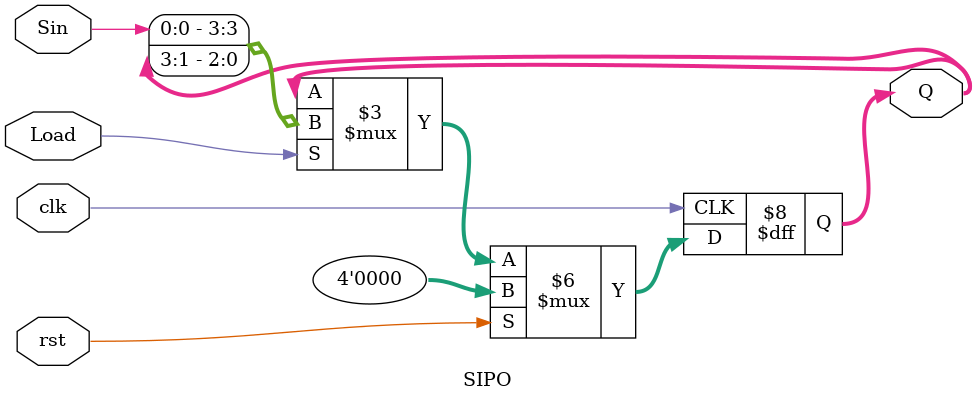
<source format=v>
`timescale 1ns / 1ps




module SIPO(
    input rst, 
    input Sin, 
    input clk, 
    input Load, 
    output reg [3:0]Q);
    
    initial begin
    Q = 4'b0000;
    end 
    always @(posedge clk) begin
        if (rst) begin
            Q <= 4'b0000;
        end 
        else if (Load) begin
            Q <= {Sin, Q[3:1]};        
        end
    end
endmodule
</source>
